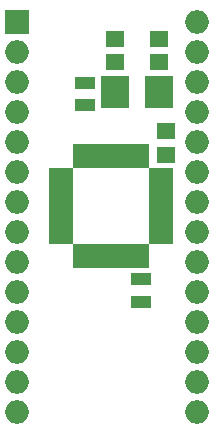
<source format=gbr>
G04 #@! TF.FileFunction,Soldermask,Top*
%FSLAX46Y46*%
G04 Gerber Fmt 4.6, Leading zero omitted, Abs format (unit mm)*
G04 Created by KiCad (PCBNEW 4.0.7) date 04/15/18 07:55:41*
%MOMM*%
%LPD*%
G01*
G04 APERTURE LIST*
%ADD10C,0.100000*%
%ADD11R,2.000000X2.000000*%
%ADD12O,2.000000X2.000000*%
%ADD13R,1.650000X1.400000*%
%ADD14R,1.700000X1.100000*%
%ADD15R,0.950000X2.000000*%
%ADD16R,2.000000X0.950000*%
%ADD17R,2.400000X2.800000*%
G04 APERTURE END LIST*
D10*
D11*
X148501100Y-105003600D03*
D12*
X163741100Y-138023600D03*
X148501100Y-107543600D03*
X163741100Y-135483600D03*
X148501100Y-110083600D03*
X163741100Y-132943600D03*
X148501100Y-112623600D03*
X163741100Y-130403600D03*
X148501100Y-115163600D03*
X163741100Y-127863600D03*
X148501100Y-117703600D03*
X163741100Y-125323600D03*
X148501100Y-120243600D03*
X163741100Y-122783600D03*
X148501100Y-122783600D03*
X163741100Y-120243600D03*
X148501100Y-125323600D03*
X163741100Y-117703600D03*
X148501100Y-127863600D03*
X163741100Y-115163600D03*
X148501100Y-130403600D03*
X163741100Y-112623600D03*
X148501100Y-132943600D03*
X163741100Y-110083600D03*
X148501100Y-135483600D03*
X163741100Y-107543600D03*
X148501100Y-138023600D03*
X163741100Y-105003600D03*
D13*
X160528000Y-106442000D03*
X160528000Y-108442000D03*
X156845000Y-106442000D03*
X156845000Y-108442000D03*
X161163000Y-114252500D03*
X161163000Y-116252500D03*
D14*
X159004000Y-126812000D03*
X159004000Y-128712000D03*
X154305000Y-112075000D03*
X154305000Y-110175000D03*
D15*
X159264000Y-116336500D03*
X158464000Y-116336500D03*
X157664000Y-116336500D03*
X156864000Y-116336500D03*
X156064000Y-116336500D03*
X155264000Y-116336500D03*
X154464000Y-116336500D03*
X153664000Y-116336500D03*
D16*
X152214000Y-117786500D03*
X152214000Y-118586500D03*
X152214000Y-119386500D03*
X152214000Y-120186500D03*
X152214000Y-120986500D03*
X152214000Y-121786500D03*
X152214000Y-122586500D03*
X152214000Y-123386500D03*
D15*
X153664000Y-124836500D03*
X154464000Y-124836500D03*
X155264000Y-124836500D03*
X156064000Y-124836500D03*
X156864000Y-124836500D03*
X157664000Y-124836500D03*
X158464000Y-124836500D03*
X159264000Y-124836500D03*
D16*
X160714000Y-123386500D03*
X160714000Y-122586500D03*
X160714000Y-121786500D03*
X160714000Y-120986500D03*
X160714000Y-120186500D03*
X160714000Y-119386500D03*
X160714000Y-118586500D03*
X160714000Y-117786500D03*
D17*
X156836500Y-110934500D03*
X160536500Y-110934500D03*
M02*

</source>
